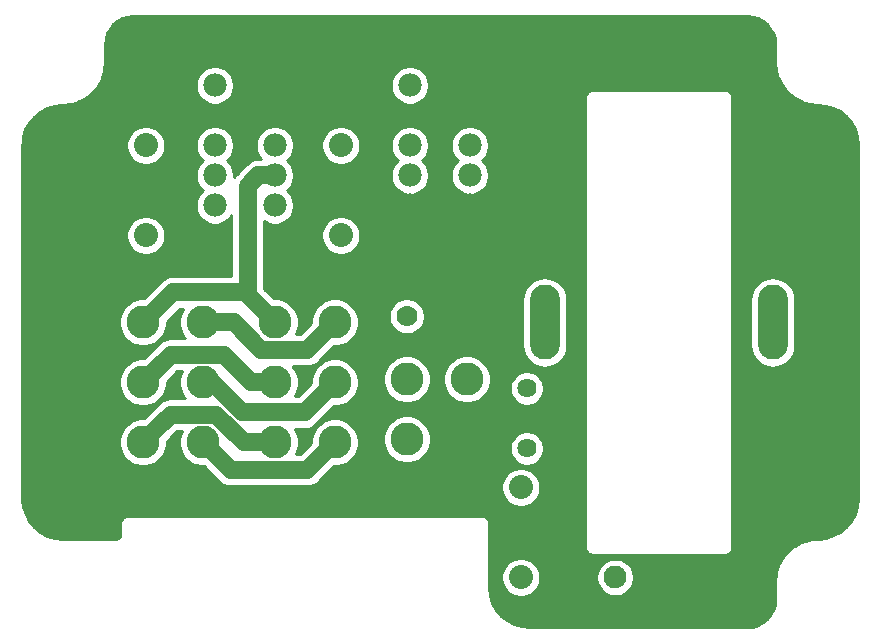
<source format=gbl>
G04 #@! TF.GenerationSoftware,KiCad,Pcbnew,(5.1.4)-1*
G04 #@! TF.CreationDate,2019-11-30T19:48:50-06:00*
G04 #@! TF.ProjectId,rotax 912 soft start,726f7461-7820-4393-9132-20736f667420,rev?*
G04 #@! TF.SameCoordinates,Original*
G04 #@! TF.FileFunction,Copper,L2,Bot*
G04 #@! TF.FilePolarity,Positive*
%FSLAX46Y46*%
G04 Gerber Fmt 4.6, Leading zero omitted, Abs format (unit mm)*
G04 Created by KiCad (PCBNEW (5.1.4)-1) date 2019-11-30 19:48:50*
%MOMM*%
%LPD*%
G04 APERTURE LIST*
%ADD10C,2.794000*%
%ADD11O,2.540000X6.350000*%
%ADD12C,1.930400*%
%ADD13C,1.625600*%
%ADD14C,2.032000*%
%ADD15C,1.778000*%
%ADD16C,1.981200*%
%ADD17C,5.080000*%
%ADD18C,1.500000*%
%ADD19C,0.254000*%
G04 APERTURE END LIST*
D10*
X111684000Y-126924000D03*
X116764000Y-126924000D03*
X111684000Y-132004000D03*
X116764000Y-132004000D03*
X111684000Y-137084000D03*
X116764000Y-137084000D03*
X122860000Y-126924000D03*
X127940000Y-126924000D03*
X122860000Y-132004000D03*
X127940000Y-132004000D03*
X122860000Y-137084000D03*
X127940000Y-137084000D03*
D11*
X165024000Y-126924000D03*
X145720000Y-126924000D03*
D12*
X159309000Y-148514000D03*
X151689000Y-148514000D03*
D13*
X144196000Y-137592000D03*
X144196000Y-132512000D03*
D14*
X143688000Y-140894000D03*
X143688000Y-148514000D03*
X111938000Y-119558000D03*
X111938000Y-111938000D03*
X128448000Y-119558000D03*
X128448000Y-111938000D03*
D10*
X134036000Y-131750000D03*
X139116000Y-131750000D03*
X134036000Y-136830000D03*
D15*
X134036000Y-126416000D03*
D10*
X139116000Y-136830000D03*
D16*
X139370000Y-106858000D03*
X139370000Y-111938000D03*
X139370000Y-114478000D03*
X139370000Y-117018000D03*
X134290000Y-117018000D03*
X134290000Y-114478000D03*
X134290000Y-111938000D03*
X134290000Y-106858000D03*
X122860000Y-106858000D03*
X122860000Y-111938000D03*
X122860000Y-114478000D03*
X122860000Y-117018000D03*
X117780000Y-117018000D03*
X117780000Y-114478000D03*
X117780000Y-111938000D03*
X117780000Y-106858000D03*
D17*
X168860000Y-141860000D03*
X168860000Y-111860000D03*
X104860000Y-141860000D03*
X104860000Y-111860000D03*
D18*
X126543001Y-128320999D02*
X127940000Y-126924000D01*
X125592999Y-129271001D02*
X126543001Y-128320999D01*
X121733439Y-129271001D02*
X125592999Y-129271001D01*
X119386438Y-126924000D02*
X121733439Y-129271001D01*
X116764000Y-126924000D02*
X119386438Y-126924000D01*
X113080999Y-135687001D02*
X111684000Y-137084000D01*
X114031001Y-134736999D02*
X113080999Y-135687001D01*
X117890561Y-134736999D02*
X114031001Y-134736999D01*
X120237562Y-137084000D02*
X117890561Y-134736999D01*
X122860000Y-137084000D02*
X120237562Y-137084000D01*
X126543001Y-138480999D02*
X127940000Y-137084000D01*
X125592999Y-139431001D02*
X126543001Y-138480999D01*
X119111001Y-139431001D02*
X125592999Y-139431001D01*
X116764000Y-137084000D02*
X119111001Y-139431001D01*
X117561739Y-132004000D02*
X120101739Y-134544000D01*
X116764000Y-132004000D02*
X117561739Y-132004000D01*
X125400000Y-134544000D02*
X127940000Y-132004000D01*
X120101739Y-134544000D02*
X125400000Y-134544000D01*
X114224000Y-124384000D02*
X120574000Y-124384000D01*
X111684000Y-126924000D02*
X114224000Y-124384000D01*
X120574000Y-115363081D02*
X120574000Y-124384000D01*
X121459081Y-114478000D02*
X120574000Y-115363081D01*
X122860000Y-114478000D02*
X121459081Y-114478000D01*
X120574000Y-124638000D02*
X122860000Y-126924000D01*
X120574000Y-124384000D02*
X120574000Y-124638000D01*
X120884344Y-132004000D02*
X122860000Y-132004000D01*
X118537343Y-129656999D02*
X120884344Y-132004000D01*
X114031001Y-129656999D02*
X118537343Y-129656999D01*
X111684000Y-132004000D02*
X114031001Y-129656999D01*
D19*
G36*
X163318674Y-101043521D02*
G01*
X163759883Y-101176730D01*
X164166808Y-101393096D01*
X164523961Y-101684383D01*
X164817732Y-102039491D01*
X165036936Y-102444900D01*
X165173220Y-102885163D01*
X165224500Y-103373058D01*
X165224501Y-104891211D01*
X165227320Y-104919828D01*
X165227189Y-104938541D01*
X165228054Y-104947372D01*
X165289255Y-105529661D01*
X165300830Y-105586047D01*
X165311630Y-105642663D01*
X165314195Y-105651157D01*
X165487332Y-106210471D01*
X165509651Y-106263566D01*
X165531228Y-106316971D01*
X165535394Y-106324806D01*
X165813870Y-106839837D01*
X165846078Y-106887587D01*
X165877618Y-106935786D01*
X165883226Y-106942662D01*
X166256436Y-107393795D01*
X166297285Y-107434360D01*
X166337605Y-107475533D01*
X166344442Y-107481189D01*
X166798170Y-107851241D01*
X166846135Y-107883109D01*
X166893671Y-107915657D01*
X166901476Y-107919877D01*
X167418441Y-108194752D01*
X167471700Y-108216704D01*
X167524633Y-108239391D01*
X167533110Y-108242015D01*
X168093617Y-108411242D01*
X168150136Y-108422433D01*
X168206458Y-108434404D01*
X168215283Y-108435332D01*
X168797985Y-108492467D01*
X168797986Y-108492467D01*
X169512911Y-108562566D01*
X170140950Y-108752182D01*
X170720201Y-109060175D01*
X171228595Y-109474812D01*
X171646769Y-109980298D01*
X171958801Y-110557388D01*
X172152795Y-111184086D01*
X172224500Y-111866308D01*
X172224501Y-141828909D01*
X172157435Y-142512907D01*
X171967819Y-143140948D01*
X171659826Y-143720198D01*
X171245190Y-144228593D01*
X170739700Y-144646770D01*
X170162613Y-144958800D01*
X169535918Y-145152795D01*
X168853514Y-145224519D01*
X168836841Y-145224577D01*
X168809219Y-145227383D01*
X168781459Y-145227189D01*
X168772628Y-145228054D01*
X168190338Y-145289255D01*
X168133932Y-145300834D01*
X168077338Y-145311630D01*
X168068843Y-145314195D01*
X167509530Y-145487332D01*
X167456447Y-145509646D01*
X167403029Y-145531228D01*
X167395194Y-145535394D01*
X166880162Y-145813870D01*
X166832418Y-145846074D01*
X166784214Y-145877618D01*
X166777338Y-145883226D01*
X166326205Y-146256436D01*
X166285640Y-146297285D01*
X166244467Y-146337605D01*
X166238811Y-146344442D01*
X165868759Y-146798170D01*
X165836901Y-146846120D01*
X165804343Y-146893671D01*
X165800123Y-146901476D01*
X165525249Y-147418440D01*
X165503304Y-147471681D01*
X165480609Y-147524633D01*
X165477985Y-147533110D01*
X165308758Y-148093618D01*
X165297567Y-148150135D01*
X165285596Y-148206458D01*
X165284668Y-148215283D01*
X165227533Y-148797986D01*
X165227533Y-148798004D01*
X165224501Y-148828789D01*
X165224500Y-150328918D01*
X165176479Y-150818674D01*
X165043270Y-151259882D01*
X164826905Y-151666807D01*
X164535617Y-152023961D01*
X164180509Y-152317732D01*
X163775098Y-152536936D01*
X163334839Y-152673220D01*
X162846941Y-152724500D01*
X144459749Y-152724500D01*
X144457340Y-152723988D01*
X144448453Y-152723054D01*
X143733964Y-152652998D01*
X143106773Y-152463637D01*
X142528304Y-152156060D01*
X142020591Y-151741978D01*
X141602979Y-151237172D01*
X141291368Y-150660861D01*
X141097634Y-150035006D01*
X141022591Y-149321026D01*
X141021943Y-149317868D01*
X141021500Y-149313509D01*
X141021500Y-148351391D01*
X142037000Y-148351391D01*
X142037000Y-148676609D01*
X142100447Y-148995579D01*
X142224903Y-149296042D01*
X142405585Y-149566451D01*
X142635549Y-149796415D01*
X142905958Y-149977097D01*
X143206421Y-150101553D01*
X143525391Y-150165000D01*
X143850609Y-150165000D01*
X144169579Y-150101553D01*
X144470042Y-149977097D01*
X144740451Y-149796415D01*
X144970415Y-149566451D01*
X145151097Y-149296042D01*
X145275553Y-148995579D01*
X145339000Y-148676609D01*
X145339000Y-148356394D01*
X150088800Y-148356394D01*
X150088800Y-148671606D01*
X150150294Y-148980761D01*
X150270921Y-149271979D01*
X150446043Y-149534068D01*
X150668932Y-149756957D01*
X150931021Y-149932079D01*
X151222239Y-150052706D01*
X151531394Y-150114200D01*
X151846606Y-150114200D01*
X152155761Y-150052706D01*
X152446979Y-149932079D01*
X152709068Y-149756957D01*
X152931957Y-149534068D01*
X153107079Y-149271979D01*
X153227706Y-148980761D01*
X153289200Y-148671606D01*
X153289200Y-148356394D01*
X153227706Y-148047239D01*
X153107079Y-147756021D01*
X152931957Y-147493932D01*
X152709068Y-147271043D01*
X152446979Y-147095921D01*
X152155761Y-146975294D01*
X151846606Y-146913800D01*
X151531394Y-146913800D01*
X151222239Y-146975294D01*
X150931021Y-147095921D01*
X150668932Y-147271043D01*
X150446043Y-147493932D01*
X150270921Y-147756021D01*
X150150294Y-148047239D01*
X150088800Y-148356394D01*
X145339000Y-148356394D01*
X145339000Y-148351391D01*
X145275553Y-148032421D01*
X145151097Y-147731958D01*
X144970415Y-147461549D01*
X144740451Y-147231585D01*
X144470042Y-147050903D01*
X144169579Y-146926447D01*
X143850609Y-146863000D01*
X143525391Y-146863000D01*
X143206421Y-146926447D01*
X142905958Y-147050903D01*
X142635549Y-147231585D01*
X142405585Y-147461549D01*
X142224903Y-147731958D01*
X142100447Y-148032421D01*
X142037000Y-148351391D01*
X141021500Y-148351391D01*
X141021500Y-143973211D01*
X141024574Y-143942000D01*
X141012304Y-143817420D01*
X140975965Y-143697628D01*
X140916955Y-143587227D01*
X140837540Y-143490460D01*
X140740773Y-143411045D01*
X140630372Y-143352035D01*
X140510580Y-143315696D01*
X140417211Y-143306500D01*
X140386000Y-143303426D01*
X140354789Y-143306500D01*
X110445211Y-143306500D01*
X110414000Y-143303426D01*
X110382789Y-143306500D01*
X110289420Y-143315696D01*
X110169628Y-143352035D01*
X110059227Y-143411045D01*
X109962460Y-143490460D01*
X109883045Y-143587227D01*
X109824035Y-143697628D01*
X109787696Y-143817420D01*
X109775426Y-143942000D01*
X109778500Y-143973211D01*
X109778500Y-144828918D01*
X109768569Y-144930204D01*
X109748178Y-144997740D01*
X109715060Y-145060026D01*
X109670475Y-145114693D01*
X109616122Y-145159658D01*
X109554073Y-145193208D01*
X109486675Y-145214071D01*
X109387451Y-145224500D01*
X104891081Y-145224500D01*
X104207093Y-145157435D01*
X103579052Y-144967819D01*
X102999802Y-144659826D01*
X102491407Y-144245190D01*
X102073230Y-143739700D01*
X101761200Y-143162613D01*
X101567205Y-142535918D01*
X101495500Y-141853693D01*
X101495500Y-126723865D01*
X109652000Y-126723865D01*
X109652000Y-127124135D01*
X109730089Y-127516713D01*
X109883265Y-127886513D01*
X110105643Y-128219325D01*
X110388675Y-128502357D01*
X110721487Y-128724735D01*
X111091287Y-128877911D01*
X111483865Y-128956000D01*
X111884135Y-128956000D01*
X112276713Y-128877911D01*
X112646513Y-128724735D01*
X112979325Y-128502357D01*
X113262357Y-128219325D01*
X113484735Y-127886513D01*
X113637911Y-127516713D01*
X113716000Y-127124135D01*
X113716000Y-126850685D01*
X114797685Y-125769000D01*
X115091881Y-125769000D01*
X114963265Y-125961487D01*
X114810089Y-126331287D01*
X114732000Y-126723865D01*
X114732000Y-127124135D01*
X114810089Y-127516713D01*
X114963265Y-127886513D01*
X115185643Y-128219325D01*
X115238317Y-128271999D01*
X114099030Y-128271999D01*
X114031001Y-128265299D01*
X113962972Y-128271999D01*
X113962964Y-128271999D01*
X113759494Y-128292039D01*
X113498420Y-128371235D01*
X113257813Y-128499842D01*
X113099767Y-128629547D01*
X113099765Y-128629549D01*
X113046920Y-128672918D01*
X113003551Y-128725763D01*
X111757315Y-129972000D01*
X111483865Y-129972000D01*
X111091287Y-130050089D01*
X110721487Y-130203265D01*
X110388675Y-130425643D01*
X110105643Y-130708675D01*
X109883265Y-131041487D01*
X109730089Y-131411287D01*
X109652000Y-131803865D01*
X109652000Y-132204135D01*
X109730089Y-132596713D01*
X109883265Y-132966513D01*
X110105643Y-133299325D01*
X110388675Y-133582357D01*
X110721487Y-133804735D01*
X111091287Y-133957911D01*
X111483865Y-134036000D01*
X111884135Y-134036000D01*
X112276713Y-133957911D01*
X112646513Y-133804735D01*
X112979325Y-133582357D01*
X113262357Y-133299325D01*
X113484735Y-132966513D01*
X113637911Y-132596713D01*
X113716000Y-132204135D01*
X113716000Y-131930685D01*
X114604687Y-131041999D01*
X114963053Y-131041999D01*
X114810089Y-131411287D01*
X114732000Y-131803865D01*
X114732000Y-132204135D01*
X114810089Y-132596713D01*
X114963265Y-132966513D01*
X115185643Y-133299325D01*
X115238317Y-133351999D01*
X114099030Y-133351999D01*
X114031001Y-133345299D01*
X113962972Y-133351999D01*
X113962964Y-133351999D01*
X113759494Y-133372039D01*
X113498420Y-133451235D01*
X113257813Y-133579842D01*
X113099767Y-133709547D01*
X113099765Y-133709549D01*
X113046920Y-133752918D01*
X113003551Y-133805763D01*
X112149770Y-134659545D01*
X112149765Y-134659549D01*
X111757314Y-135052000D01*
X111483865Y-135052000D01*
X111091287Y-135130089D01*
X110721487Y-135283265D01*
X110388675Y-135505643D01*
X110105643Y-135788675D01*
X109883265Y-136121487D01*
X109730089Y-136491287D01*
X109652000Y-136883865D01*
X109652000Y-137284135D01*
X109730089Y-137676713D01*
X109883265Y-138046513D01*
X110105643Y-138379325D01*
X110388675Y-138662357D01*
X110721487Y-138884735D01*
X111091287Y-139037911D01*
X111483865Y-139116000D01*
X111884135Y-139116000D01*
X112276713Y-139037911D01*
X112646513Y-138884735D01*
X112979325Y-138662357D01*
X113262357Y-138379325D01*
X113484735Y-138046513D01*
X113637911Y-137676713D01*
X113716000Y-137284135D01*
X113716000Y-137010686D01*
X114108451Y-136618235D01*
X114108455Y-136618230D01*
X114604687Y-136121999D01*
X114963053Y-136121999D01*
X114810089Y-136491287D01*
X114732000Y-136883865D01*
X114732000Y-137284135D01*
X114810089Y-137676713D01*
X114963265Y-138046513D01*
X115185643Y-138379325D01*
X115468675Y-138662357D01*
X115801487Y-138884735D01*
X116171287Y-139037911D01*
X116563865Y-139116000D01*
X116837315Y-139116000D01*
X118083551Y-140362237D01*
X118126920Y-140415082D01*
X118179765Y-140458451D01*
X118179767Y-140458453D01*
X118337812Y-140588157D01*
X118337813Y-140588158D01*
X118578420Y-140716765D01*
X118839494Y-140795961D01*
X119042964Y-140816001D01*
X119042972Y-140816001D01*
X119111001Y-140822701D01*
X119179030Y-140816001D01*
X125524970Y-140816001D01*
X125592999Y-140822701D01*
X125661028Y-140816001D01*
X125661036Y-140816001D01*
X125864506Y-140795961D01*
X126077364Y-140731391D01*
X142037000Y-140731391D01*
X142037000Y-141056609D01*
X142100447Y-141375579D01*
X142224903Y-141676042D01*
X142405585Y-141946451D01*
X142635549Y-142176415D01*
X142905958Y-142357097D01*
X143206421Y-142481553D01*
X143525391Y-142545000D01*
X143850609Y-142545000D01*
X144169579Y-142481553D01*
X144470042Y-142357097D01*
X144740451Y-142176415D01*
X144970415Y-141946451D01*
X145151097Y-141676042D01*
X145275553Y-141375579D01*
X145339000Y-141056609D01*
X145339000Y-140731391D01*
X145275553Y-140412421D01*
X145151097Y-140111958D01*
X144970415Y-139841549D01*
X144740451Y-139611585D01*
X144470042Y-139430903D01*
X144169579Y-139306447D01*
X143850609Y-139243000D01*
X143525391Y-139243000D01*
X143206421Y-139306447D01*
X142905958Y-139430903D01*
X142635549Y-139611585D01*
X142405585Y-139841549D01*
X142224903Y-140111958D01*
X142100447Y-140412421D01*
X142037000Y-140731391D01*
X126077364Y-140731391D01*
X126125580Y-140716765D01*
X126366187Y-140588158D01*
X126577080Y-140415082D01*
X126620453Y-140362232D01*
X127570453Y-139412233D01*
X127570457Y-139412228D01*
X127866685Y-139116000D01*
X128140135Y-139116000D01*
X128532713Y-139037911D01*
X128902513Y-138884735D01*
X129235325Y-138662357D01*
X129518357Y-138379325D01*
X129740735Y-138046513D01*
X129893911Y-137676713D01*
X129972000Y-137284135D01*
X129972000Y-136883865D01*
X129921477Y-136629865D01*
X132004000Y-136629865D01*
X132004000Y-137030135D01*
X132082089Y-137422713D01*
X132235265Y-137792513D01*
X132457643Y-138125325D01*
X132740675Y-138408357D01*
X133073487Y-138630735D01*
X133443287Y-138783911D01*
X133835865Y-138862000D01*
X134236135Y-138862000D01*
X134628713Y-138783911D01*
X134998513Y-138630735D01*
X135331325Y-138408357D01*
X135614357Y-138125325D01*
X135836735Y-137792513D01*
X135978855Y-137449404D01*
X142748200Y-137449404D01*
X142748200Y-137734596D01*
X142803838Y-138014308D01*
X142912977Y-138277790D01*
X143071421Y-138514919D01*
X143273081Y-138716579D01*
X143510210Y-138875023D01*
X143773692Y-138984162D01*
X144053404Y-139039800D01*
X144338596Y-139039800D01*
X144618308Y-138984162D01*
X144881790Y-138875023D01*
X145118919Y-138716579D01*
X145320579Y-138514919D01*
X145479023Y-138277790D01*
X145588162Y-138014308D01*
X145643800Y-137734596D01*
X145643800Y-137449404D01*
X145588162Y-137169692D01*
X145479023Y-136906210D01*
X145320579Y-136669081D01*
X145118919Y-136467421D01*
X144881790Y-136308977D01*
X144618308Y-136199838D01*
X144338596Y-136144200D01*
X144053404Y-136144200D01*
X143773692Y-136199838D01*
X143510210Y-136308977D01*
X143273081Y-136467421D01*
X143071421Y-136669081D01*
X142912977Y-136906210D01*
X142803838Y-137169692D01*
X142748200Y-137449404D01*
X135978855Y-137449404D01*
X135989911Y-137422713D01*
X136068000Y-137030135D01*
X136068000Y-136629865D01*
X135989911Y-136237287D01*
X135836735Y-135867487D01*
X135614357Y-135534675D01*
X135331325Y-135251643D01*
X134998513Y-135029265D01*
X134628713Y-134876089D01*
X134236135Y-134798000D01*
X133835865Y-134798000D01*
X133443287Y-134876089D01*
X133073487Y-135029265D01*
X132740675Y-135251643D01*
X132457643Y-135534675D01*
X132235265Y-135867487D01*
X132082089Y-136237287D01*
X132004000Y-136629865D01*
X129921477Y-136629865D01*
X129893911Y-136491287D01*
X129740735Y-136121487D01*
X129518357Y-135788675D01*
X129235325Y-135505643D01*
X128902513Y-135283265D01*
X128532713Y-135130089D01*
X128140135Y-135052000D01*
X127739865Y-135052000D01*
X127347287Y-135130089D01*
X126977487Y-135283265D01*
X126644675Y-135505643D01*
X126361643Y-135788675D01*
X126139265Y-136121487D01*
X125986089Y-136491287D01*
X125908000Y-136883865D01*
X125908000Y-137157315D01*
X125611772Y-137453543D01*
X125611767Y-137453547D01*
X125019314Y-138046001D01*
X124660947Y-138046001D01*
X124813911Y-137676713D01*
X124892000Y-137284135D01*
X124892000Y-136883865D01*
X124813911Y-136491287D01*
X124660735Y-136121487D01*
X124532119Y-135929000D01*
X125331971Y-135929000D01*
X125400000Y-135935700D01*
X125468029Y-135929000D01*
X125468037Y-135929000D01*
X125671507Y-135908960D01*
X125932581Y-135829764D01*
X126173188Y-135701157D01*
X126384081Y-135528081D01*
X126427454Y-135475231D01*
X127866685Y-134036000D01*
X128140135Y-134036000D01*
X128532713Y-133957911D01*
X128902513Y-133804735D01*
X129235325Y-133582357D01*
X129518357Y-133299325D01*
X129740735Y-132966513D01*
X129893911Y-132596713D01*
X129972000Y-132204135D01*
X129972000Y-131803865D01*
X129921477Y-131549865D01*
X132004000Y-131549865D01*
X132004000Y-131950135D01*
X132082089Y-132342713D01*
X132235265Y-132712513D01*
X132457643Y-133045325D01*
X132740675Y-133328357D01*
X133073487Y-133550735D01*
X133443287Y-133703911D01*
X133835865Y-133782000D01*
X134236135Y-133782000D01*
X134628713Y-133703911D01*
X134998513Y-133550735D01*
X135331325Y-133328357D01*
X135614357Y-133045325D01*
X135836735Y-132712513D01*
X135989911Y-132342713D01*
X136068000Y-131950135D01*
X136068000Y-131549865D01*
X137084000Y-131549865D01*
X137084000Y-131950135D01*
X137162089Y-132342713D01*
X137315265Y-132712513D01*
X137537643Y-133045325D01*
X137820675Y-133328357D01*
X138153487Y-133550735D01*
X138523287Y-133703911D01*
X138915865Y-133782000D01*
X139316135Y-133782000D01*
X139708713Y-133703911D01*
X140078513Y-133550735D01*
X140411325Y-133328357D01*
X140694357Y-133045325D01*
X140916735Y-132712513D01*
X141058855Y-132369404D01*
X142748200Y-132369404D01*
X142748200Y-132654596D01*
X142803838Y-132934308D01*
X142912977Y-133197790D01*
X143071421Y-133434919D01*
X143273081Y-133636579D01*
X143510210Y-133795023D01*
X143773692Y-133904162D01*
X144053404Y-133959800D01*
X144338596Y-133959800D01*
X144618308Y-133904162D01*
X144881790Y-133795023D01*
X145118919Y-133636579D01*
X145320579Y-133434919D01*
X145479023Y-133197790D01*
X145588162Y-132934308D01*
X145643800Y-132654596D01*
X145643800Y-132369404D01*
X145588162Y-132089692D01*
X145479023Y-131826210D01*
X145320579Y-131589081D01*
X145118919Y-131387421D01*
X144881790Y-131228977D01*
X144618308Y-131119838D01*
X144338596Y-131064200D01*
X144053404Y-131064200D01*
X143773692Y-131119838D01*
X143510210Y-131228977D01*
X143273081Y-131387421D01*
X143071421Y-131589081D01*
X142912977Y-131826210D01*
X142803838Y-132089692D01*
X142748200Y-132369404D01*
X141058855Y-132369404D01*
X141069911Y-132342713D01*
X141148000Y-131950135D01*
X141148000Y-131549865D01*
X141069911Y-131157287D01*
X140916735Y-130787487D01*
X140694357Y-130454675D01*
X140411325Y-130171643D01*
X140078513Y-129949265D01*
X139708713Y-129796089D01*
X139316135Y-129718000D01*
X138915865Y-129718000D01*
X138523287Y-129796089D01*
X138153487Y-129949265D01*
X137820675Y-130171643D01*
X137537643Y-130454675D01*
X137315265Y-130787487D01*
X137162089Y-131157287D01*
X137084000Y-131549865D01*
X136068000Y-131549865D01*
X135989911Y-131157287D01*
X135836735Y-130787487D01*
X135614357Y-130454675D01*
X135331325Y-130171643D01*
X134998513Y-129949265D01*
X134628713Y-129796089D01*
X134236135Y-129718000D01*
X133835865Y-129718000D01*
X133443287Y-129796089D01*
X133073487Y-129949265D01*
X132740675Y-130171643D01*
X132457643Y-130454675D01*
X132235265Y-130787487D01*
X132082089Y-131157287D01*
X132004000Y-131549865D01*
X129921477Y-131549865D01*
X129893911Y-131411287D01*
X129740735Y-131041487D01*
X129518357Y-130708675D01*
X129235325Y-130425643D01*
X128902513Y-130203265D01*
X128532713Y-130050089D01*
X128140135Y-129972000D01*
X127739865Y-129972000D01*
X127347287Y-130050089D01*
X126977487Y-130203265D01*
X126644675Y-130425643D01*
X126361643Y-130708675D01*
X126139265Y-131041487D01*
X125986089Y-131411287D01*
X125908000Y-131803865D01*
X125908000Y-132077315D01*
X124826315Y-133159000D01*
X124532119Y-133159000D01*
X124660735Y-132966513D01*
X124813911Y-132596713D01*
X124892000Y-132204135D01*
X124892000Y-131803865D01*
X124813911Y-131411287D01*
X124660735Y-131041487D01*
X124438357Y-130708675D01*
X124385683Y-130656001D01*
X125524970Y-130656001D01*
X125592999Y-130662701D01*
X125661028Y-130656001D01*
X125661036Y-130656001D01*
X125864506Y-130635961D01*
X126125580Y-130556765D01*
X126366187Y-130428158D01*
X126577080Y-130255082D01*
X126620453Y-130202232D01*
X127570453Y-129252233D01*
X127570457Y-129252228D01*
X127866685Y-128956000D01*
X128140135Y-128956000D01*
X128532713Y-128877911D01*
X128902513Y-128724735D01*
X129235325Y-128502357D01*
X129518357Y-128219325D01*
X129740735Y-127886513D01*
X129893911Y-127516713D01*
X129972000Y-127124135D01*
X129972000Y-126723865D01*
X129893911Y-126331287D01*
X129866827Y-126265899D01*
X132512000Y-126265899D01*
X132512000Y-126566101D01*
X132570566Y-126860534D01*
X132685449Y-127137885D01*
X132852232Y-127387493D01*
X133064507Y-127599768D01*
X133314115Y-127766551D01*
X133591466Y-127881434D01*
X133885899Y-127940000D01*
X134186101Y-127940000D01*
X134480534Y-127881434D01*
X134757885Y-127766551D01*
X135007493Y-127599768D01*
X135219768Y-127387493D01*
X135386551Y-127137885D01*
X135501434Y-126860534D01*
X135560000Y-126566101D01*
X135560000Y-126265899D01*
X135501434Y-125971466D01*
X135386551Y-125694115D01*
X135219768Y-125444507D01*
X135007493Y-125232232D01*
X134757885Y-125065449D01*
X134480534Y-124950566D01*
X134354111Y-124925419D01*
X143815000Y-124925419D01*
X143815001Y-128922582D01*
X143842565Y-129202445D01*
X143951495Y-129561539D01*
X144128388Y-129892482D01*
X144366445Y-130182556D01*
X144656519Y-130420613D01*
X144987462Y-130597506D01*
X145346556Y-130706436D01*
X145720000Y-130743217D01*
X146093445Y-130706436D01*
X146452539Y-130597506D01*
X146783482Y-130420613D01*
X147073556Y-130182556D01*
X147311613Y-129892482D01*
X147488506Y-129561539D01*
X147597436Y-129202445D01*
X147625000Y-128922582D01*
X147625000Y-124925418D01*
X147597436Y-124645555D01*
X147488506Y-124286461D01*
X147311613Y-123955518D01*
X147073556Y-123665444D01*
X146783482Y-123427387D01*
X146452538Y-123250494D01*
X146093444Y-123141564D01*
X145720000Y-123104783D01*
X145346555Y-123141564D01*
X144987461Y-123250494D01*
X144656518Y-123427387D01*
X144366444Y-123665444D01*
X144128387Y-123955518D01*
X143951494Y-124286462D01*
X143842564Y-124645556D01*
X143815000Y-124925419D01*
X134354111Y-124925419D01*
X134186101Y-124892000D01*
X133885899Y-124892000D01*
X133591466Y-124950566D01*
X133314115Y-125065449D01*
X133064507Y-125232232D01*
X132852232Y-125444507D01*
X132685449Y-125694115D01*
X132570566Y-125971466D01*
X132512000Y-126265899D01*
X129866827Y-126265899D01*
X129740735Y-125961487D01*
X129518357Y-125628675D01*
X129235325Y-125345643D01*
X128902513Y-125123265D01*
X128532713Y-124970089D01*
X128140135Y-124892000D01*
X127739865Y-124892000D01*
X127347287Y-124970089D01*
X126977487Y-125123265D01*
X126644675Y-125345643D01*
X126361643Y-125628675D01*
X126139265Y-125961487D01*
X125986089Y-126331287D01*
X125908000Y-126723865D01*
X125908000Y-126997315D01*
X125611772Y-127293543D01*
X125611767Y-127293547D01*
X125019314Y-127886001D01*
X124660947Y-127886001D01*
X124813911Y-127516713D01*
X124892000Y-127124135D01*
X124892000Y-126723865D01*
X124813911Y-126331287D01*
X124660735Y-125961487D01*
X124438357Y-125628675D01*
X124155325Y-125345643D01*
X123822513Y-125123265D01*
X123452713Y-124970089D01*
X123060135Y-124892000D01*
X122786686Y-124892000D01*
X121959000Y-124064315D01*
X121959000Y-119395391D01*
X126797000Y-119395391D01*
X126797000Y-119720609D01*
X126860447Y-120039579D01*
X126984903Y-120340042D01*
X127165585Y-120610451D01*
X127395549Y-120840415D01*
X127665958Y-121021097D01*
X127966421Y-121145553D01*
X128285391Y-121209000D01*
X128610609Y-121209000D01*
X128929579Y-121145553D01*
X129230042Y-121021097D01*
X129500451Y-120840415D01*
X129730415Y-120610451D01*
X129911097Y-120340042D01*
X130035553Y-120039579D01*
X130099000Y-119720609D01*
X130099000Y-119395391D01*
X130035553Y-119076421D01*
X129911097Y-118775958D01*
X129730415Y-118505549D01*
X129500451Y-118275585D01*
X129230042Y-118094903D01*
X128929579Y-117970447D01*
X128610609Y-117907000D01*
X128285391Y-117907000D01*
X127966421Y-117970447D01*
X127665958Y-118094903D01*
X127395549Y-118275585D01*
X127165585Y-118505549D01*
X126984903Y-118775958D01*
X126860447Y-119076421D01*
X126797000Y-119395391D01*
X121959000Y-119395391D01*
X121959000Y-118371064D01*
X122089989Y-118458588D01*
X122385830Y-118581130D01*
X122699892Y-118643600D01*
X123020108Y-118643600D01*
X123334170Y-118581130D01*
X123630011Y-118458588D01*
X123896260Y-118280686D01*
X124122686Y-118054260D01*
X124300588Y-117788011D01*
X124423130Y-117492170D01*
X124485600Y-117178108D01*
X124485600Y-116857892D01*
X124423130Y-116543830D01*
X124300588Y-116247989D01*
X124122686Y-115981740D01*
X123896260Y-115755314D01*
X123885314Y-115748000D01*
X123896260Y-115740686D01*
X124122686Y-115514260D01*
X124300588Y-115248011D01*
X124423130Y-114952170D01*
X124485600Y-114638108D01*
X124485600Y-114317892D01*
X124423130Y-114003830D01*
X124300588Y-113707989D01*
X124122686Y-113441740D01*
X123896260Y-113215314D01*
X123885314Y-113208000D01*
X123896260Y-113200686D01*
X124122686Y-112974260D01*
X124300588Y-112708011D01*
X124423130Y-112412170D01*
X124485600Y-112098108D01*
X124485600Y-111777892D01*
X124485103Y-111775391D01*
X126797000Y-111775391D01*
X126797000Y-112100609D01*
X126860447Y-112419579D01*
X126984903Y-112720042D01*
X127165585Y-112990451D01*
X127395549Y-113220415D01*
X127665958Y-113401097D01*
X127966421Y-113525553D01*
X128285391Y-113589000D01*
X128610609Y-113589000D01*
X128929579Y-113525553D01*
X129230042Y-113401097D01*
X129500451Y-113220415D01*
X129730415Y-112990451D01*
X129911097Y-112720042D01*
X130035553Y-112419579D01*
X130099000Y-112100609D01*
X130099000Y-111777892D01*
X132664400Y-111777892D01*
X132664400Y-112098108D01*
X132726870Y-112412170D01*
X132849412Y-112708011D01*
X133027314Y-112974260D01*
X133253740Y-113200686D01*
X133264686Y-113208000D01*
X133253740Y-113215314D01*
X133027314Y-113441740D01*
X132849412Y-113707989D01*
X132726870Y-114003830D01*
X132664400Y-114317892D01*
X132664400Y-114638108D01*
X132726870Y-114952170D01*
X132849412Y-115248011D01*
X133027314Y-115514260D01*
X133253740Y-115740686D01*
X133519989Y-115918588D01*
X133815830Y-116041130D01*
X134129892Y-116103600D01*
X134450108Y-116103600D01*
X134764170Y-116041130D01*
X135060011Y-115918588D01*
X135326260Y-115740686D01*
X135552686Y-115514260D01*
X135730588Y-115248011D01*
X135853130Y-114952170D01*
X135915600Y-114638108D01*
X135915600Y-114317892D01*
X135853130Y-114003830D01*
X135730588Y-113707989D01*
X135552686Y-113441740D01*
X135326260Y-113215314D01*
X135315314Y-113208000D01*
X135326260Y-113200686D01*
X135552686Y-112974260D01*
X135730588Y-112708011D01*
X135853130Y-112412170D01*
X135915600Y-112098108D01*
X135915600Y-111777892D01*
X137744400Y-111777892D01*
X137744400Y-112098108D01*
X137806870Y-112412170D01*
X137929412Y-112708011D01*
X138107314Y-112974260D01*
X138333740Y-113200686D01*
X138344686Y-113208000D01*
X138333740Y-113215314D01*
X138107314Y-113441740D01*
X137929412Y-113707989D01*
X137806870Y-114003830D01*
X137744400Y-114317892D01*
X137744400Y-114638108D01*
X137806870Y-114952170D01*
X137929412Y-115248011D01*
X138107314Y-115514260D01*
X138333740Y-115740686D01*
X138599989Y-115918588D01*
X138895830Y-116041130D01*
X139209892Y-116103600D01*
X139530108Y-116103600D01*
X139844170Y-116041130D01*
X140140011Y-115918588D01*
X140406260Y-115740686D01*
X140632686Y-115514260D01*
X140810588Y-115248011D01*
X140933130Y-114952170D01*
X140995600Y-114638108D01*
X140995600Y-114317892D01*
X140933130Y-114003830D01*
X140810588Y-113707989D01*
X140632686Y-113441740D01*
X140406260Y-113215314D01*
X140395314Y-113208000D01*
X140406260Y-113200686D01*
X140632686Y-112974260D01*
X140810588Y-112708011D01*
X140933130Y-112412170D01*
X140995600Y-112098108D01*
X140995600Y-111777892D01*
X140933130Y-111463830D01*
X140810588Y-111167989D01*
X140632686Y-110901740D01*
X140406260Y-110675314D01*
X140140011Y-110497412D01*
X139844170Y-110374870D01*
X139530108Y-110312400D01*
X139209892Y-110312400D01*
X138895830Y-110374870D01*
X138599989Y-110497412D01*
X138333740Y-110675314D01*
X138107314Y-110901740D01*
X137929412Y-111167989D01*
X137806870Y-111463830D01*
X137744400Y-111777892D01*
X135915600Y-111777892D01*
X135853130Y-111463830D01*
X135730588Y-111167989D01*
X135552686Y-110901740D01*
X135326260Y-110675314D01*
X135060011Y-110497412D01*
X134764170Y-110374870D01*
X134450108Y-110312400D01*
X134129892Y-110312400D01*
X133815830Y-110374870D01*
X133519989Y-110497412D01*
X133253740Y-110675314D01*
X133027314Y-110901740D01*
X132849412Y-111167989D01*
X132726870Y-111463830D01*
X132664400Y-111777892D01*
X130099000Y-111777892D01*
X130099000Y-111775391D01*
X130035553Y-111456421D01*
X129911097Y-111155958D01*
X129730415Y-110885549D01*
X129500451Y-110655585D01*
X129230042Y-110474903D01*
X128929579Y-110350447D01*
X128610609Y-110287000D01*
X128285391Y-110287000D01*
X127966421Y-110350447D01*
X127665958Y-110474903D01*
X127395549Y-110655585D01*
X127165585Y-110885549D01*
X126984903Y-111155958D01*
X126860447Y-111456421D01*
X126797000Y-111775391D01*
X124485103Y-111775391D01*
X124423130Y-111463830D01*
X124300588Y-111167989D01*
X124122686Y-110901740D01*
X123896260Y-110675314D01*
X123630011Y-110497412D01*
X123334170Y-110374870D01*
X123020108Y-110312400D01*
X122699892Y-110312400D01*
X122385830Y-110374870D01*
X122089989Y-110497412D01*
X121823740Y-110675314D01*
X121597314Y-110901740D01*
X121419412Y-111167989D01*
X121296870Y-111463830D01*
X121234400Y-111777892D01*
X121234400Y-112098108D01*
X121296870Y-112412170D01*
X121419412Y-112708011D01*
X121597314Y-112974260D01*
X121716054Y-113093000D01*
X121527118Y-113093000D01*
X121459081Y-113086299D01*
X121391044Y-113093000D01*
X121187574Y-113113040D01*
X120926500Y-113192236D01*
X120685893Y-113320843D01*
X120475000Y-113493919D01*
X120431627Y-113546769D01*
X119642765Y-114335631D01*
X119589919Y-114379001D01*
X119416843Y-114589894D01*
X119405600Y-114610928D01*
X119405600Y-114317892D01*
X119343130Y-114003830D01*
X119220588Y-113707989D01*
X119042686Y-113441740D01*
X118816260Y-113215314D01*
X118805314Y-113208000D01*
X118816260Y-113200686D01*
X119042686Y-112974260D01*
X119220588Y-112708011D01*
X119343130Y-112412170D01*
X119405600Y-112098108D01*
X119405600Y-111777892D01*
X119343130Y-111463830D01*
X119220588Y-111167989D01*
X119042686Y-110901740D01*
X118816260Y-110675314D01*
X118550011Y-110497412D01*
X118254170Y-110374870D01*
X117940108Y-110312400D01*
X117619892Y-110312400D01*
X117305830Y-110374870D01*
X117009989Y-110497412D01*
X116743740Y-110675314D01*
X116517314Y-110901740D01*
X116339412Y-111167989D01*
X116216870Y-111463830D01*
X116154400Y-111777892D01*
X116154400Y-112098108D01*
X116216870Y-112412170D01*
X116339412Y-112708011D01*
X116517314Y-112974260D01*
X116743740Y-113200686D01*
X116754686Y-113208000D01*
X116743740Y-113215314D01*
X116517314Y-113441740D01*
X116339412Y-113707989D01*
X116216870Y-114003830D01*
X116154400Y-114317892D01*
X116154400Y-114638108D01*
X116216870Y-114952170D01*
X116339412Y-115248011D01*
X116517314Y-115514260D01*
X116743740Y-115740686D01*
X116754686Y-115748000D01*
X116743740Y-115755314D01*
X116517314Y-115981740D01*
X116339412Y-116247989D01*
X116216870Y-116543830D01*
X116154400Y-116857892D01*
X116154400Y-117178108D01*
X116216870Y-117492170D01*
X116339412Y-117788011D01*
X116517314Y-118054260D01*
X116743740Y-118280686D01*
X117009989Y-118458588D01*
X117305830Y-118581130D01*
X117619892Y-118643600D01*
X117940108Y-118643600D01*
X118254170Y-118581130D01*
X118550011Y-118458588D01*
X118816260Y-118280686D01*
X119042686Y-118054260D01*
X119189000Y-117835285D01*
X119189001Y-122999000D01*
X114292026Y-122999000D01*
X114223999Y-122992300D01*
X114155972Y-122999000D01*
X114155963Y-122999000D01*
X113952493Y-123019040D01*
X113691419Y-123098236D01*
X113450812Y-123226843D01*
X113239919Y-123399919D01*
X113196546Y-123452769D01*
X111757315Y-124892000D01*
X111483865Y-124892000D01*
X111091287Y-124970089D01*
X110721487Y-125123265D01*
X110388675Y-125345643D01*
X110105643Y-125628675D01*
X109883265Y-125961487D01*
X109730089Y-126331287D01*
X109652000Y-126723865D01*
X101495500Y-126723865D01*
X101495500Y-119395391D01*
X110287000Y-119395391D01*
X110287000Y-119720609D01*
X110350447Y-120039579D01*
X110474903Y-120340042D01*
X110655585Y-120610451D01*
X110885549Y-120840415D01*
X111155958Y-121021097D01*
X111456421Y-121145553D01*
X111775391Y-121209000D01*
X112100609Y-121209000D01*
X112419579Y-121145553D01*
X112720042Y-121021097D01*
X112990451Y-120840415D01*
X113220415Y-120610451D01*
X113401097Y-120340042D01*
X113525553Y-120039579D01*
X113589000Y-119720609D01*
X113589000Y-119395391D01*
X113525553Y-119076421D01*
X113401097Y-118775958D01*
X113220415Y-118505549D01*
X112990451Y-118275585D01*
X112720042Y-118094903D01*
X112419579Y-117970447D01*
X112100609Y-117907000D01*
X111775391Y-117907000D01*
X111456421Y-117970447D01*
X111155958Y-118094903D01*
X110885549Y-118275585D01*
X110655585Y-118505549D01*
X110474903Y-118775958D01*
X110350447Y-119076421D01*
X110287000Y-119395391D01*
X101495500Y-119395391D01*
X101495500Y-111891081D01*
X101506843Y-111775391D01*
X110287000Y-111775391D01*
X110287000Y-112100609D01*
X110350447Y-112419579D01*
X110474903Y-112720042D01*
X110655585Y-112990451D01*
X110885549Y-113220415D01*
X111155958Y-113401097D01*
X111456421Y-113525553D01*
X111775391Y-113589000D01*
X112100609Y-113589000D01*
X112419579Y-113525553D01*
X112720042Y-113401097D01*
X112990451Y-113220415D01*
X113220415Y-112990451D01*
X113401097Y-112720042D01*
X113525553Y-112419579D01*
X113589000Y-112100609D01*
X113589000Y-111775391D01*
X113525553Y-111456421D01*
X113401097Y-111155958D01*
X113220415Y-110885549D01*
X112990451Y-110655585D01*
X112720042Y-110474903D01*
X112419579Y-110350447D01*
X112100609Y-110287000D01*
X111775391Y-110287000D01*
X111456421Y-110350447D01*
X111155958Y-110474903D01*
X110885549Y-110655585D01*
X110655585Y-110885549D01*
X110474903Y-111155958D01*
X110350447Y-111456421D01*
X110287000Y-111775391D01*
X101506843Y-111775391D01*
X101562566Y-111207089D01*
X101752182Y-110579050D01*
X102060175Y-109999799D01*
X102474812Y-109491405D01*
X102980298Y-109073231D01*
X103557388Y-108761199D01*
X104184086Y-108567205D01*
X104866487Y-108495481D01*
X104883159Y-108495423D01*
X104910781Y-108492617D01*
X104938541Y-108492811D01*
X104947372Y-108491946D01*
X105529661Y-108430745D01*
X105586047Y-108419170D01*
X105642663Y-108408370D01*
X105651157Y-108405805D01*
X106210471Y-108232668D01*
X106263566Y-108210349D01*
X106316971Y-108188772D01*
X106324806Y-108184606D01*
X106839837Y-107906130D01*
X106887587Y-107873922D01*
X106935786Y-107842382D01*
X106942662Y-107836774D01*
X107393795Y-107463564D01*
X107434360Y-107422715D01*
X107475533Y-107382395D01*
X107481189Y-107375558D01*
X107851241Y-106921830D01*
X107883109Y-106873865D01*
X107915657Y-106826329D01*
X107919877Y-106818524D01*
X107984018Y-106697892D01*
X116154400Y-106697892D01*
X116154400Y-107018108D01*
X116216870Y-107332170D01*
X116339412Y-107628011D01*
X116517314Y-107894260D01*
X116743740Y-108120686D01*
X117009989Y-108298588D01*
X117305830Y-108421130D01*
X117619892Y-108483600D01*
X117940108Y-108483600D01*
X118254170Y-108421130D01*
X118550011Y-108298588D01*
X118816260Y-108120686D01*
X119042686Y-107894260D01*
X119220588Y-107628011D01*
X119343130Y-107332170D01*
X119405600Y-107018108D01*
X119405600Y-106697892D01*
X132664400Y-106697892D01*
X132664400Y-107018108D01*
X132726870Y-107332170D01*
X132849412Y-107628011D01*
X133027314Y-107894260D01*
X133253740Y-108120686D01*
X133519989Y-108298588D01*
X133815830Y-108421130D01*
X134129892Y-108483600D01*
X134450108Y-108483600D01*
X134764170Y-108421130D01*
X135060011Y-108298588D01*
X135326260Y-108120686D01*
X135552686Y-107894260D01*
X135566223Y-107874000D01*
X149145426Y-107874000D01*
X149148500Y-107905211D01*
X149148501Y-145942779D01*
X149145426Y-145974000D01*
X149157696Y-146098580D01*
X149194035Y-146218372D01*
X149253045Y-146328773D01*
X149332460Y-146425540D01*
X149429227Y-146504955D01*
X149539628Y-146563965D01*
X149659420Y-146600304D01*
X149752789Y-146609500D01*
X149784000Y-146612574D01*
X149815211Y-146609500D01*
X160928789Y-146609500D01*
X160960000Y-146612574D01*
X160991211Y-146609500D01*
X161084580Y-146600304D01*
X161204372Y-146563965D01*
X161314773Y-146504955D01*
X161411540Y-146425540D01*
X161490955Y-146328773D01*
X161549965Y-146218372D01*
X161586304Y-146098580D01*
X161598574Y-145974000D01*
X161595500Y-145942789D01*
X161595500Y-124925419D01*
X163119000Y-124925419D01*
X163119001Y-128922582D01*
X163146565Y-129202445D01*
X163255495Y-129561539D01*
X163432388Y-129892482D01*
X163670445Y-130182556D01*
X163960519Y-130420613D01*
X164291462Y-130597506D01*
X164650556Y-130706436D01*
X165024000Y-130743217D01*
X165397445Y-130706436D01*
X165756539Y-130597506D01*
X166087482Y-130420613D01*
X166377556Y-130182556D01*
X166615613Y-129892482D01*
X166792506Y-129561539D01*
X166901436Y-129202445D01*
X166929000Y-128922582D01*
X166929000Y-124925418D01*
X166901436Y-124645555D01*
X166792506Y-124286461D01*
X166615613Y-123955518D01*
X166377556Y-123665444D01*
X166087482Y-123427387D01*
X165756538Y-123250494D01*
X165397444Y-123141564D01*
X165024000Y-123104783D01*
X164650555Y-123141564D01*
X164291461Y-123250494D01*
X163960518Y-123427387D01*
X163670444Y-123665444D01*
X163432387Y-123955518D01*
X163255494Y-124286462D01*
X163146564Y-124645556D01*
X163119000Y-124925419D01*
X161595500Y-124925419D01*
X161595500Y-107905211D01*
X161598574Y-107874000D01*
X161586304Y-107749420D01*
X161549965Y-107629628D01*
X161490955Y-107519227D01*
X161411540Y-107422460D01*
X161314773Y-107343045D01*
X161204372Y-107284035D01*
X161084580Y-107247696D01*
X160991211Y-107238500D01*
X160960000Y-107235426D01*
X160928789Y-107238500D01*
X149815211Y-107238500D01*
X149784000Y-107235426D01*
X149752789Y-107238500D01*
X149659420Y-107247696D01*
X149539628Y-107284035D01*
X149429227Y-107343045D01*
X149332460Y-107422460D01*
X149253045Y-107519227D01*
X149194035Y-107629628D01*
X149157696Y-107749420D01*
X149145426Y-107874000D01*
X135566223Y-107874000D01*
X135730588Y-107628011D01*
X135853130Y-107332170D01*
X135915600Y-107018108D01*
X135915600Y-106697892D01*
X135853130Y-106383830D01*
X135730588Y-106087989D01*
X135552686Y-105821740D01*
X135326260Y-105595314D01*
X135060011Y-105417412D01*
X134764170Y-105294870D01*
X134450108Y-105232400D01*
X134129892Y-105232400D01*
X133815830Y-105294870D01*
X133519989Y-105417412D01*
X133253740Y-105595314D01*
X133027314Y-105821740D01*
X132849412Y-106087989D01*
X132726870Y-106383830D01*
X132664400Y-106697892D01*
X119405600Y-106697892D01*
X119343130Y-106383830D01*
X119220588Y-106087989D01*
X119042686Y-105821740D01*
X118816260Y-105595314D01*
X118550011Y-105417412D01*
X118254170Y-105294870D01*
X117940108Y-105232400D01*
X117619892Y-105232400D01*
X117305830Y-105294870D01*
X117009989Y-105417412D01*
X116743740Y-105595314D01*
X116517314Y-105821740D01*
X116339412Y-106087989D01*
X116216870Y-106383830D01*
X116154400Y-106697892D01*
X107984018Y-106697892D01*
X108194752Y-106301559D01*
X108216704Y-106248300D01*
X108239391Y-106195367D01*
X108242015Y-106186890D01*
X108411242Y-105626383D01*
X108422433Y-105569864D01*
X108434404Y-105513542D01*
X108435332Y-105504717D01*
X108492467Y-104922015D01*
X108492467Y-104922006D01*
X108495500Y-104891211D01*
X108495500Y-103391081D01*
X108543521Y-102901326D01*
X108676730Y-102460117D01*
X108893096Y-102053192D01*
X109184383Y-101696039D01*
X109539491Y-101402268D01*
X109944900Y-101183064D01*
X110385163Y-101046780D01*
X110873058Y-100995500D01*
X162828919Y-100995500D01*
X163318674Y-101043521D01*
X163318674Y-101043521D01*
G37*
X163318674Y-101043521D02*
X163759883Y-101176730D01*
X164166808Y-101393096D01*
X164523961Y-101684383D01*
X164817732Y-102039491D01*
X165036936Y-102444900D01*
X165173220Y-102885163D01*
X165224500Y-103373058D01*
X165224501Y-104891211D01*
X165227320Y-104919828D01*
X165227189Y-104938541D01*
X165228054Y-104947372D01*
X165289255Y-105529661D01*
X165300830Y-105586047D01*
X165311630Y-105642663D01*
X165314195Y-105651157D01*
X165487332Y-106210471D01*
X165509651Y-106263566D01*
X165531228Y-106316971D01*
X165535394Y-106324806D01*
X165813870Y-106839837D01*
X165846078Y-106887587D01*
X165877618Y-106935786D01*
X165883226Y-106942662D01*
X166256436Y-107393795D01*
X166297285Y-107434360D01*
X166337605Y-107475533D01*
X166344442Y-107481189D01*
X166798170Y-107851241D01*
X166846135Y-107883109D01*
X166893671Y-107915657D01*
X166901476Y-107919877D01*
X167418441Y-108194752D01*
X167471700Y-108216704D01*
X167524633Y-108239391D01*
X167533110Y-108242015D01*
X168093617Y-108411242D01*
X168150136Y-108422433D01*
X168206458Y-108434404D01*
X168215283Y-108435332D01*
X168797985Y-108492467D01*
X168797986Y-108492467D01*
X169512911Y-108562566D01*
X170140950Y-108752182D01*
X170720201Y-109060175D01*
X171228595Y-109474812D01*
X171646769Y-109980298D01*
X171958801Y-110557388D01*
X172152795Y-111184086D01*
X172224500Y-111866308D01*
X172224501Y-141828909D01*
X172157435Y-142512907D01*
X171967819Y-143140948D01*
X171659826Y-143720198D01*
X171245190Y-144228593D01*
X170739700Y-144646770D01*
X170162613Y-144958800D01*
X169535918Y-145152795D01*
X168853514Y-145224519D01*
X168836841Y-145224577D01*
X168809219Y-145227383D01*
X168781459Y-145227189D01*
X168772628Y-145228054D01*
X168190338Y-145289255D01*
X168133932Y-145300834D01*
X168077338Y-145311630D01*
X168068843Y-145314195D01*
X167509530Y-145487332D01*
X167456447Y-145509646D01*
X167403029Y-145531228D01*
X167395194Y-145535394D01*
X166880162Y-145813870D01*
X166832418Y-145846074D01*
X166784214Y-145877618D01*
X166777338Y-145883226D01*
X166326205Y-146256436D01*
X166285640Y-146297285D01*
X166244467Y-146337605D01*
X166238811Y-146344442D01*
X165868759Y-146798170D01*
X165836901Y-146846120D01*
X165804343Y-146893671D01*
X165800123Y-146901476D01*
X165525249Y-147418440D01*
X165503304Y-147471681D01*
X165480609Y-147524633D01*
X165477985Y-147533110D01*
X165308758Y-148093618D01*
X165297567Y-148150135D01*
X165285596Y-148206458D01*
X165284668Y-148215283D01*
X165227533Y-148797986D01*
X165227533Y-148798004D01*
X165224501Y-148828789D01*
X165224500Y-150328918D01*
X165176479Y-150818674D01*
X165043270Y-151259882D01*
X164826905Y-151666807D01*
X164535617Y-152023961D01*
X164180509Y-152317732D01*
X163775098Y-152536936D01*
X163334839Y-152673220D01*
X162846941Y-152724500D01*
X144459749Y-152724500D01*
X144457340Y-152723988D01*
X144448453Y-152723054D01*
X143733964Y-152652998D01*
X143106773Y-152463637D01*
X142528304Y-152156060D01*
X142020591Y-151741978D01*
X141602979Y-151237172D01*
X141291368Y-150660861D01*
X141097634Y-150035006D01*
X141022591Y-149321026D01*
X141021943Y-149317868D01*
X141021500Y-149313509D01*
X141021500Y-148351391D01*
X142037000Y-148351391D01*
X142037000Y-148676609D01*
X142100447Y-148995579D01*
X142224903Y-149296042D01*
X142405585Y-149566451D01*
X142635549Y-149796415D01*
X142905958Y-149977097D01*
X143206421Y-150101553D01*
X143525391Y-150165000D01*
X143850609Y-150165000D01*
X144169579Y-150101553D01*
X144470042Y-149977097D01*
X144740451Y-149796415D01*
X144970415Y-149566451D01*
X145151097Y-149296042D01*
X145275553Y-148995579D01*
X145339000Y-148676609D01*
X145339000Y-148356394D01*
X150088800Y-148356394D01*
X150088800Y-148671606D01*
X150150294Y-148980761D01*
X150270921Y-149271979D01*
X150446043Y-149534068D01*
X150668932Y-149756957D01*
X150931021Y-149932079D01*
X151222239Y-150052706D01*
X151531394Y-150114200D01*
X151846606Y-150114200D01*
X152155761Y-150052706D01*
X152446979Y-149932079D01*
X152709068Y-149756957D01*
X152931957Y-149534068D01*
X153107079Y-149271979D01*
X153227706Y-148980761D01*
X153289200Y-148671606D01*
X153289200Y-148356394D01*
X153227706Y-148047239D01*
X153107079Y-147756021D01*
X152931957Y-147493932D01*
X152709068Y-147271043D01*
X152446979Y-147095921D01*
X152155761Y-146975294D01*
X151846606Y-146913800D01*
X151531394Y-146913800D01*
X151222239Y-146975294D01*
X150931021Y-147095921D01*
X150668932Y-147271043D01*
X150446043Y-147493932D01*
X150270921Y-147756021D01*
X150150294Y-148047239D01*
X150088800Y-148356394D01*
X145339000Y-148356394D01*
X145339000Y-148351391D01*
X145275553Y-148032421D01*
X145151097Y-147731958D01*
X144970415Y-147461549D01*
X144740451Y-147231585D01*
X144470042Y-147050903D01*
X144169579Y-146926447D01*
X143850609Y-146863000D01*
X143525391Y-146863000D01*
X143206421Y-146926447D01*
X142905958Y-147050903D01*
X142635549Y-147231585D01*
X142405585Y-147461549D01*
X142224903Y-147731958D01*
X142100447Y-148032421D01*
X142037000Y-148351391D01*
X141021500Y-148351391D01*
X141021500Y-143973211D01*
X141024574Y-143942000D01*
X141012304Y-143817420D01*
X140975965Y-143697628D01*
X140916955Y-143587227D01*
X140837540Y-143490460D01*
X140740773Y-143411045D01*
X140630372Y-143352035D01*
X140510580Y-143315696D01*
X140417211Y-143306500D01*
X140386000Y-143303426D01*
X140354789Y-143306500D01*
X110445211Y-143306500D01*
X110414000Y-143303426D01*
X110382789Y-143306500D01*
X110289420Y-143315696D01*
X110169628Y-143352035D01*
X110059227Y-143411045D01*
X109962460Y-143490460D01*
X109883045Y-143587227D01*
X109824035Y-143697628D01*
X109787696Y-143817420D01*
X109775426Y-143942000D01*
X109778500Y-143973211D01*
X109778500Y-144828918D01*
X109768569Y-144930204D01*
X109748178Y-144997740D01*
X109715060Y-145060026D01*
X109670475Y-145114693D01*
X109616122Y-145159658D01*
X109554073Y-145193208D01*
X109486675Y-145214071D01*
X109387451Y-145224500D01*
X104891081Y-145224500D01*
X104207093Y-145157435D01*
X103579052Y-144967819D01*
X102999802Y-144659826D01*
X102491407Y-144245190D01*
X102073230Y-143739700D01*
X101761200Y-143162613D01*
X101567205Y-142535918D01*
X101495500Y-141853693D01*
X101495500Y-126723865D01*
X109652000Y-126723865D01*
X109652000Y-127124135D01*
X109730089Y-127516713D01*
X109883265Y-127886513D01*
X110105643Y-128219325D01*
X110388675Y-128502357D01*
X110721487Y-128724735D01*
X111091287Y-128877911D01*
X111483865Y-128956000D01*
X111884135Y-128956000D01*
X112276713Y-128877911D01*
X112646513Y-128724735D01*
X112979325Y-128502357D01*
X113262357Y-128219325D01*
X113484735Y-127886513D01*
X113637911Y-127516713D01*
X113716000Y-127124135D01*
X113716000Y-126850685D01*
X114797685Y-125769000D01*
X115091881Y-125769000D01*
X114963265Y-125961487D01*
X114810089Y-126331287D01*
X114732000Y-126723865D01*
X114732000Y-127124135D01*
X114810089Y-127516713D01*
X114963265Y-127886513D01*
X115185643Y-128219325D01*
X115238317Y-128271999D01*
X114099030Y-128271999D01*
X114031001Y-128265299D01*
X113962972Y-128271999D01*
X113962964Y-128271999D01*
X113759494Y-128292039D01*
X113498420Y-128371235D01*
X113257813Y-128499842D01*
X113099767Y-128629547D01*
X113099765Y-128629549D01*
X113046920Y-128672918D01*
X113003551Y-128725763D01*
X111757315Y-129972000D01*
X111483865Y-129972000D01*
X111091287Y-130050089D01*
X110721487Y-130203265D01*
X110388675Y-130425643D01*
X110105643Y-130708675D01*
X109883265Y-131041487D01*
X109730089Y-131411287D01*
X109652000Y-131803865D01*
X109652000Y-132204135D01*
X109730089Y-132596713D01*
X109883265Y-132966513D01*
X110105643Y-133299325D01*
X110388675Y-133582357D01*
X110721487Y-133804735D01*
X111091287Y-133957911D01*
X111483865Y-134036000D01*
X111884135Y-134036000D01*
X112276713Y-133957911D01*
X112646513Y-133804735D01*
X112979325Y-133582357D01*
X113262357Y-133299325D01*
X113484735Y-132966513D01*
X113637911Y-132596713D01*
X113716000Y-132204135D01*
X113716000Y-131930685D01*
X114604687Y-131041999D01*
X114963053Y-131041999D01*
X114810089Y-131411287D01*
X114732000Y-131803865D01*
X114732000Y-132204135D01*
X114810089Y-132596713D01*
X114963265Y-132966513D01*
X115185643Y-133299325D01*
X115238317Y-133351999D01*
X114099030Y-133351999D01*
X114031001Y-133345299D01*
X113962972Y-133351999D01*
X113962964Y-133351999D01*
X113759494Y-133372039D01*
X113498420Y-133451235D01*
X113257813Y-133579842D01*
X113099767Y-133709547D01*
X113099765Y-133709549D01*
X113046920Y-133752918D01*
X113003551Y-133805763D01*
X112149770Y-134659545D01*
X112149765Y-134659549D01*
X111757314Y-135052000D01*
X111483865Y-135052000D01*
X111091287Y-135130089D01*
X110721487Y-135283265D01*
X110388675Y-135505643D01*
X110105643Y-135788675D01*
X109883265Y-136121487D01*
X109730089Y-136491287D01*
X109652000Y-136883865D01*
X109652000Y-137284135D01*
X109730089Y-137676713D01*
X109883265Y-138046513D01*
X110105643Y-138379325D01*
X110388675Y-138662357D01*
X110721487Y-138884735D01*
X111091287Y-139037911D01*
X111483865Y-139116000D01*
X111884135Y-139116000D01*
X112276713Y-139037911D01*
X112646513Y-138884735D01*
X112979325Y-138662357D01*
X113262357Y-138379325D01*
X113484735Y-138046513D01*
X113637911Y-137676713D01*
X113716000Y-137284135D01*
X113716000Y-137010686D01*
X114108451Y-136618235D01*
X114108455Y-136618230D01*
X114604687Y-136121999D01*
X114963053Y-136121999D01*
X114810089Y-136491287D01*
X114732000Y-136883865D01*
X114732000Y-137284135D01*
X114810089Y-137676713D01*
X114963265Y-138046513D01*
X115185643Y-138379325D01*
X115468675Y-138662357D01*
X115801487Y-138884735D01*
X116171287Y-139037911D01*
X116563865Y-139116000D01*
X116837315Y-139116000D01*
X118083551Y-140362237D01*
X118126920Y-140415082D01*
X118179765Y-140458451D01*
X118179767Y-140458453D01*
X118337812Y-140588157D01*
X118337813Y-140588158D01*
X118578420Y-140716765D01*
X118839494Y-140795961D01*
X119042964Y-140816001D01*
X119042972Y-140816001D01*
X119111001Y-140822701D01*
X119179030Y-140816001D01*
X125524970Y-140816001D01*
X125592999Y-140822701D01*
X125661028Y-140816001D01*
X125661036Y-140816001D01*
X125864506Y-140795961D01*
X126077364Y-140731391D01*
X142037000Y-140731391D01*
X142037000Y-141056609D01*
X142100447Y-141375579D01*
X142224903Y-141676042D01*
X142405585Y-141946451D01*
X142635549Y-142176415D01*
X142905958Y-142357097D01*
X143206421Y-142481553D01*
X143525391Y-142545000D01*
X143850609Y-142545000D01*
X144169579Y-142481553D01*
X144470042Y-142357097D01*
X144740451Y-142176415D01*
X144970415Y-141946451D01*
X145151097Y-141676042D01*
X145275553Y-141375579D01*
X145339000Y-141056609D01*
X145339000Y-140731391D01*
X145275553Y-140412421D01*
X145151097Y-140111958D01*
X144970415Y-139841549D01*
X144740451Y-139611585D01*
X144470042Y-139430903D01*
X144169579Y-139306447D01*
X143850609Y-139243000D01*
X143525391Y-139243000D01*
X143206421Y-139306447D01*
X142905958Y-139430903D01*
X142635549Y-139611585D01*
X142405585Y-139841549D01*
X142224903Y-140111958D01*
X142100447Y-140412421D01*
X142037000Y-140731391D01*
X126077364Y-140731391D01*
X126125580Y-140716765D01*
X126366187Y-140588158D01*
X126577080Y-140415082D01*
X126620453Y-140362232D01*
X127570453Y-139412233D01*
X127570457Y-139412228D01*
X127866685Y-139116000D01*
X128140135Y-139116000D01*
X128532713Y-139037911D01*
X128902513Y-138884735D01*
X129235325Y-138662357D01*
X129518357Y-138379325D01*
X129740735Y-138046513D01*
X129893911Y-137676713D01*
X129972000Y-137284135D01*
X129972000Y-136883865D01*
X129921477Y-136629865D01*
X132004000Y-136629865D01*
X132004000Y-137030135D01*
X132082089Y-137422713D01*
X132235265Y-137792513D01*
X132457643Y-138125325D01*
X132740675Y-138408357D01*
X133073487Y-138630735D01*
X133443287Y-138783911D01*
X133835865Y-138862000D01*
X134236135Y-138862000D01*
X134628713Y-138783911D01*
X134998513Y-138630735D01*
X135331325Y-138408357D01*
X135614357Y-138125325D01*
X135836735Y-137792513D01*
X135978855Y-137449404D01*
X142748200Y-137449404D01*
X142748200Y-137734596D01*
X142803838Y-138014308D01*
X142912977Y-138277790D01*
X143071421Y-138514919D01*
X143273081Y-138716579D01*
X143510210Y-138875023D01*
X143773692Y-138984162D01*
X144053404Y-139039800D01*
X144338596Y-139039800D01*
X144618308Y-138984162D01*
X144881790Y-138875023D01*
X145118919Y-138716579D01*
X145320579Y-138514919D01*
X145479023Y-138277790D01*
X145588162Y-138014308D01*
X145643800Y-137734596D01*
X145643800Y-137449404D01*
X145588162Y-137169692D01*
X145479023Y-136906210D01*
X145320579Y-136669081D01*
X145118919Y-136467421D01*
X144881790Y-136308977D01*
X144618308Y-136199838D01*
X144338596Y-136144200D01*
X144053404Y-136144200D01*
X143773692Y-136199838D01*
X143510210Y-136308977D01*
X143273081Y-136467421D01*
X143071421Y-136669081D01*
X142912977Y-136906210D01*
X142803838Y-137169692D01*
X142748200Y-137449404D01*
X135978855Y-137449404D01*
X135989911Y-137422713D01*
X136068000Y-137030135D01*
X136068000Y-136629865D01*
X135989911Y-136237287D01*
X135836735Y-135867487D01*
X135614357Y-135534675D01*
X135331325Y-135251643D01*
X134998513Y-135029265D01*
X134628713Y-134876089D01*
X134236135Y-134798000D01*
X133835865Y-134798000D01*
X133443287Y-134876089D01*
X133073487Y-135029265D01*
X132740675Y-135251643D01*
X132457643Y-135534675D01*
X132235265Y-135867487D01*
X132082089Y-136237287D01*
X132004000Y-136629865D01*
X129921477Y-136629865D01*
X129893911Y-136491287D01*
X129740735Y-136121487D01*
X129518357Y-135788675D01*
X129235325Y-135505643D01*
X128902513Y-135283265D01*
X128532713Y-135130089D01*
X128140135Y-135052000D01*
X127739865Y-135052000D01*
X127347287Y-135130089D01*
X126977487Y-135283265D01*
X126644675Y-135505643D01*
X126361643Y-135788675D01*
X126139265Y-136121487D01*
X125986089Y-136491287D01*
X125908000Y-136883865D01*
X125908000Y-137157315D01*
X125611772Y-137453543D01*
X125611767Y-137453547D01*
X125019314Y-138046001D01*
X124660947Y-138046001D01*
X124813911Y-137676713D01*
X124892000Y-137284135D01*
X124892000Y-136883865D01*
X124813911Y-136491287D01*
X124660735Y-136121487D01*
X124532119Y-135929000D01*
X125331971Y-135929000D01*
X125400000Y-135935700D01*
X125468029Y-135929000D01*
X125468037Y-135929000D01*
X125671507Y-135908960D01*
X125932581Y-135829764D01*
X126173188Y-135701157D01*
X126384081Y-135528081D01*
X126427454Y-135475231D01*
X127866685Y-134036000D01*
X128140135Y-134036000D01*
X128532713Y-133957911D01*
X128902513Y-133804735D01*
X129235325Y-133582357D01*
X129518357Y-133299325D01*
X129740735Y-132966513D01*
X129893911Y-132596713D01*
X129972000Y-132204135D01*
X129972000Y-131803865D01*
X129921477Y-131549865D01*
X132004000Y-131549865D01*
X132004000Y-131950135D01*
X132082089Y-132342713D01*
X132235265Y-132712513D01*
X132457643Y-133045325D01*
X132740675Y-133328357D01*
X133073487Y-133550735D01*
X133443287Y-133703911D01*
X133835865Y-133782000D01*
X134236135Y-133782000D01*
X134628713Y-133703911D01*
X134998513Y-133550735D01*
X135331325Y-133328357D01*
X135614357Y-133045325D01*
X135836735Y-132712513D01*
X135989911Y-132342713D01*
X136068000Y-131950135D01*
X136068000Y-131549865D01*
X137084000Y-131549865D01*
X137084000Y-131950135D01*
X137162089Y-132342713D01*
X137315265Y-132712513D01*
X137537643Y-133045325D01*
X137820675Y-133328357D01*
X138153487Y-133550735D01*
X138523287Y-133703911D01*
X138915865Y-133782000D01*
X139316135Y-133782000D01*
X139708713Y-133703911D01*
X140078513Y-133550735D01*
X140411325Y-133328357D01*
X140694357Y-133045325D01*
X140916735Y-132712513D01*
X141058855Y-132369404D01*
X142748200Y-132369404D01*
X142748200Y-132654596D01*
X142803838Y-132934308D01*
X142912977Y-133197790D01*
X143071421Y-133434919D01*
X143273081Y-133636579D01*
X143510210Y-133795023D01*
X143773692Y-133904162D01*
X144053404Y-133959800D01*
X144338596Y-133959800D01*
X144618308Y-133904162D01*
X144881790Y-133795023D01*
X145118919Y-133636579D01*
X145320579Y-133434919D01*
X145479023Y-133197790D01*
X145588162Y-132934308D01*
X145643800Y-132654596D01*
X145643800Y-132369404D01*
X145588162Y-132089692D01*
X145479023Y-131826210D01*
X145320579Y-131589081D01*
X145118919Y-131387421D01*
X144881790Y-131228977D01*
X144618308Y-131119838D01*
X144338596Y-131064200D01*
X144053404Y-131064200D01*
X143773692Y-131119838D01*
X143510210Y-131228977D01*
X143273081Y-131387421D01*
X143071421Y-131589081D01*
X142912977Y-131826210D01*
X142803838Y-132089692D01*
X142748200Y-132369404D01*
X141058855Y-132369404D01*
X141069911Y-132342713D01*
X141148000Y-131950135D01*
X141148000Y-131549865D01*
X141069911Y-131157287D01*
X140916735Y-130787487D01*
X140694357Y-130454675D01*
X140411325Y-130171643D01*
X140078513Y-129949265D01*
X139708713Y-129796089D01*
X139316135Y-129718000D01*
X138915865Y-129718000D01*
X138523287Y-129796089D01*
X138153487Y-129949265D01*
X137820675Y-130171643D01*
X137537643Y-130454675D01*
X137315265Y-130787487D01*
X137162089Y-131157287D01*
X137084000Y-131549865D01*
X136068000Y-131549865D01*
X135989911Y-131157287D01*
X135836735Y-130787487D01*
X135614357Y-130454675D01*
X135331325Y-130171643D01*
X134998513Y-129949265D01*
X134628713Y-129796089D01*
X134236135Y-129718000D01*
X133835865Y-129718000D01*
X133443287Y-129796089D01*
X133073487Y-129949265D01*
X132740675Y-130171643D01*
X132457643Y-130454675D01*
X132235265Y-130787487D01*
X132082089Y-131157287D01*
X132004000Y-131549865D01*
X129921477Y-131549865D01*
X129893911Y-131411287D01*
X129740735Y-131041487D01*
X129518357Y-130708675D01*
X129235325Y-130425643D01*
X128902513Y-130203265D01*
X128532713Y-130050089D01*
X128140135Y-129972000D01*
X127739865Y-129972000D01*
X127347287Y-130050089D01*
X126977487Y-130203265D01*
X126644675Y-130425643D01*
X126361643Y-130708675D01*
X126139265Y-131041487D01*
X125986089Y-131411287D01*
X125908000Y-131803865D01*
X125908000Y-132077315D01*
X124826315Y-133159000D01*
X124532119Y-133159000D01*
X124660735Y-132966513D01*
X124813911Y-132596713D01*
X124892000Y-132204135D01*
X124892000Y-131803865D01*
X124813911Y-131411287D01*
X124660735Y-131041487D01*
X124438357Y-130708675D01*
X124385683Y-130656001D01*
X125524970Y-130656001D01*
X125592999Y-130662701D01*
X125661028Y-130656001D01*
X125661036Y-130656001D01*
X125864506Y-130635961D01*
X126125580Y-130556765D01*
X126366187Y-130428158D01*
X126577080Y-130255082D01*
X126620453Y-130202232D01*
X127570453Y-129252233D01*
X127570457Y-129252228D01*
X127866685Y-128956000D01*
X128140135Y-128956000D01*
X128532713Y-128877911D01*
X128902513Y-128724735D01*
X129235325Y-128502357D01*
X129518357Y-128219325D01*
X129740735Y-127886513D01*
X129893911Y-127516713D01*
X129972000Y-127124135D01*
X129972000Y-126723865D01*
X129893911Y-126331287D01*
X129866827Y-126265899D01*
X132512000Y-126265899D01*
X132512000Y-126566101D01*
X132570566Y-126860534D01*
X132685449Y-127137885D01*
X132852232Y-127387493D01*
X133064507Y-127599768D01*
X133314115Y-127766551D01*
X133591466Y-127881434D01*
X133885899Y-127940000D01*
X134186101Y-127940000D01*
X134480534Y-127881434D01*
X134757885Y-127766551D01*
X135007493Y-127599768D01*
X135219768Y-127387493D01*
X135386551Y-127137885D01*
X135501434Y-126860534D01*
X135560000Y-126566101D01*
X135560000Y-126265899D01*
X135501434Y-125971466D01*
X135386551Y-125694115D01*
X135219768Y-125444507D01*
X135007493Y-125232232D01*
X134757885Y-125065449D01*
X134480534Y-124950566D01*
X134354111Y-124925419D01*
X143815000Y-124925419D01*
X143815001Y-128922582D01*
X143842565Y-129202445D01*
X143951495Y-129561539D01*
X144128388Y-129892482D01*
X144366445Y-130182556D01*
X144656519Y-130420613D01*
X144987462Y-130597506D01*
X145346556Y-130706436D01*
X145720000Y-130743217D01*
X146093445Y-130706436D01*
X146452539Y-130597506D01*
X146783482Y-130420613D01*
X147073556Y-130182556D01*
X147311613Y-129892482D01*
X147488506Y-129561539D01*
X147597436Y-129202445D01*
X147625000Y-128922582D01*
X147625000Y-124925418D01*
X147597436Y-124645555D01*
X147488506Y-124286461D01*
X147311613Y-123955518D01*
X147073556Y-123665444D01*
X146783482Y-123427387D01*
X146452538Y-123250494D01*
X146093444Y-123141564D01*
X145720000Y-123104783D01*
X145346555Y-123141564D01*
X144987461Y-123250494D01*
X144656518Y-123427387D01*
X144366444Y-123665444D01*
X144128387Y-123955518D01*
X143951494Y-124286462D01*
X143842564Y-124645556D01*
X143815000Y-124925419D01*
X134354111Y-124925419D01*
X134186101Y-124892000D01*
X133885899Y-124892000D01*
X133591466Y-124950566D01*
X133314115Y-125065449D01*
X133064507Y-125232232D01*
X132852232Y-125444507D01*
X132685449Y-125694115D01*
X132570566Y-125971466D01*
X132512000Y-126265899D01*
X129866827Y-126265899D01*
X129740735Y-125961487D01*
X129518357Y-125628675D01*
X129235325Y-125345643D01*
X128902513Y-125123265D01*
X128532713Y-124970089D01*
X128140135Y-124892000D01*
X127739865Y-124892000D01*
X127347287Y-124970089D01*
X126977487Y-125123265D01*
X126644675Y-125345643D01*
X126361643Y-125628675D01*
X126139265Y-125961487D01*
X125986089Y-126331287D01*
X125908000Y-126723865D01*
X125908000Y-126997315D01*
X125611772Y-127293543D01*
X125611767Y-127293547D01*
X125019314Y-127886001D01*
X124660947Y-127886001D01*
X124813911Y-127516713D01*
X124892000Y-127124135D01*
X124892000Y-126723865D01*
X124813911Y-126331287D01*
X124660735Y-125961487D01*
X124438357Y-125628675D01*
X124155325Y-125345643D01*
X123822513Y-125123265D01*
X123452713Y-124970089D01*
X123060135Y-124892000D01*
X122786686Y-124892000D01*
X121959000Y-124064315D01*
X121959000Y-119395391D01*
X126797000Y-119395391D01*
X126797000Y-119720609D01*
X126860447Y-120039579D01*
X126984903Y-120340042D01*
X127165585Y-120610451D01*
X127395549Y-120840415D01*
X127665958Y-121021097D01*
X127966421Y-121145553D01*
X128285391Y-121209000D01*
X128610609Y-121209000D01*
X128929579Y-121145553D01*
X129230042Y-121021097D01*
X129500451Y-120840415D01*
X129730415Y-120610451D01*
X129911097Y-120340042D01*
X130035553Y-120039579D01*
X130099000Y-119720609D01*
X130099000Y-119395391D01*
X130035553Y-119076421D01*
X129911097Y-118775958D01*
X129730415Y-118505549D01*
X129500451Y-118275585D01*
X129230042Y-118094903D01*
X128929579Y-117970447D01*
X128610609Y-117907000D01*
X128285391Y-117907000D01*
X127966421Y-117970447D01*
X127665958Y-118094903D01*
X127395549Y-118275585D01*
X127165585Y-118505549D01*
X126984903Y-118775958D01*
X126860447Y-119076421D01*
X126797000Y-119395391D01*
X121959000Y-119395391D01*
X121959000Y-118371064D01*
X122089989Y-118458588D01*
X122385830Y-118581130D01*
X122699892Y-118643600D01*
X123020108Y-118643600D01*
X123334170Y-118581130D01*
X123630011Y-118458588D01*
X123896260Y-118280686D01*
X124122686Y-118054260D01*
X124300588Y-117788011D01*
X124423130Y-117492170D01*
X124485600Y-117178108D01*
X124485600Y-116857892D01*
X124423130Y-116543830D01*
X124300588Y-116247989D01*
X124122686Y-115981740D01*
X123896260Y-115755314D01*
X123885314Y-115748000D01*
X123896260Y-115740686D01*
X124122686Y-115514260D01*
X124300588Y-115248011D01*
X124423130Y-114952170D01*
X124485600Y-114638108D01*
X124485600Y-114317892D01*
X124423130Y-114003830D01*
X124300588Y-113707989D01*
X124122686Y-113441740D01*
X123896260Y-113215314D01*
X123885314Y-113208000D01*
X123896260Y-113200686D01*
X124122686Y-112974260D01*
X124300588Y-112708011D01*
X124423130Y-112412170D01*
X124485600Y-112098108D01*
X124485600Y-111777892D01*
X124485103Y-111775391D01*
X126797000Y-111775391D01*
X126797000Y-112100609D01*
X126860447Y-112419579D01*
X126984903Y-112720042D01*
X127165585Y-112990451D01*
X127395549Y-113220415D01*
X127665958Y-113401097D01*
X127966421Y-113525553D01*
X128285391Y-113589000D01*
X128610609Y-113589000D01*
X128929579Y-113525553D01*
X129230042Y-113401097D01*
X129500451Y-113220415D01*
X129730415Y-112990451D01*
X129911097Y-112720042D01*
X130035553Y-112419579D01*
X130099000Y-112100609D01*
X130099000Y-111777892D01*
X132664400Y-111777892D01*
X132664400Y-112098108D01*
X132726870Y-112412170D01*
X132849412Y-112708011D01*
X133027314Y-112974260D01*
X133253740Y-113200686D01*
X133264686Y-113208000D01*
X133253740Y-113215314D01*
X133027314Y-113441740D01*
X132849412Y-113707989D01*
X132726870Y-114003830D01*
X132664400Y-114317892D01*
X132664400Y-114638108D01*
X132726870Y-114952170D01*
X132849412Y-115248011D01*
X133027314Y-115514260D01*
X133253740Y-115740686D01*
X133519989Y-115918588D01*
X133815830Y-116041130D01*
X134129892Y-116103600D01*
X134450108Y-116103600D01*
X134764170Y-116041130D01*
X135060011Y-115918588D01*
X135326260Y-115740686D01*
X135552686Y-115514260D01*
X135730588Y-115248011D01*
X135853130Y-114952170D01*
X135915600Y-114638108D01*
X135915600Y-114317892D01*
X135853130Y-114003830D01*
X135730588Y-113707989D01*
X135552686Y-113441740D01*
X135326260Y-113215314D01*
X135315314Y-113208000D01*
X135326260Y-113200686D01*
X135552686Y-112974260D01*
X135730588Y-112708011D01*
X135853130Y-112412170D01*
X135915600Y-112098108D01*
X135915600Y-111777892D01*
X137744400Y-111777892D01*
X137744400Y-112098108D01*
X137806870Y-112412170D01*
X137929412Y-112708011D01*
X138107314Y-112974260D01*
X138333740Y-113200686D01*
X138344686Y-113208000D01*
X138333740Y-113215314D01*
X138107314Y-113441740D01*
X137929412Y-113707989D01*
X137806870Y-114003830D01*
X137744400Y-114317892D01*
X137744400Y-114638108D01*
X137806870Y-114952170D01*
X137929412Y-115248011D01*
X138107314Y-115514260D01*
X138333740Y-115740686D01*
X138599989Y-115918588D01*
X138895830Y-116041130D01*
X139209892Y-116103600D01*
X139530108Y-116103600D01*
X139844170Y-116041130D01*
X140140011Y-115918588D01*
X140406260Y-115740686D01*
X140632686Y-115514260D01*
X140810588Y-115248011D01*
X140933130Y-114952170D01*
X140995600Y-114638108D01*
X140995600Y-114317892D01*
X140933130Y-114003830D01*
X140810588Y-113707989D01*
X140632686Y-113441740D01*
X140406260Y-113215314D01*
X140395314Y-113208000D01*
X140406260Y-113200686D01*
X140632686Y-112974260D01*
X140810588Y-112708011D01*
X140933130Y-112412170D01*
X140995600Y-112098108D01*
X140995600Y-111777892D01*
X140933130Y-111463830D01*
X140810588Y-111167989D01*
X140632686Y-110901740D01*
X140406260Y-110675314D01*
X140140011Y-110497412D01*
X139844170Y-110374870D01*
X139530108Y-110312400D01*
X139209892Y-110312400D01*
X138895830Y-110374870D01*
X138599989Y-110497412D01*
X138333740Y-110675314D01*
X138107314Y-110901740D01*
X137929412Y-111167989D01*
X137806870Y-111463830D01*
X137744400Y-111777892D01*
X135915600Y-111777892D01*
X135853130Y-111463830D01*
X135730588Y-111167989D01*
X135552686Y-110901740D01*
X135326260Y-110675314D01*
X135060011Y-110497412D01*
X134764170Y-110374870D01*
X134450108Y-110312400D01*
X134129892Y-110312400D01*
X133815830Y-110374870D01*
X133519989Y-110497412D01*
X133253740Y-110675314D01*
X133027314Y-110901740D01*
X132849412Y-111167989D01*
X132726870Y-111463830D01*
X132664400Y-111777892D01*
X130099000Y-111777892D01*
X130099000Y-111775391D01*
X130035553Y-111456421D01*
X129911097Y-111155958D01*
X129730415Y-110885549D01*
X129500451Y-110655585D01*
X129230042Y-110474903D01*
X128929579Y-110350447D01*
X128610609Y-110287000D01*
X128285391Y-110287000D01*
X127966421Y-110350447D01*
X127665958Y-110474903D01*
X127395549Y-110655585D01*
X127165585Y-110885549D01*
X126984903Y-111155958D01*
X126860447Y-111456421D01*
X126797000Y-111775391D01*
X124485103Y-111775391D01*
X124423130Y-111463830D01*
X124300588Y-111167989D01*
X124122686Y-110901740D01*
X123896260Y-110675314D01*
X123630011Y-110497412D01*
X123334170Y-110374870D01*
X123020108Y-110312400D01*
X122699892Y-110312400D01*
X122385830Y-110374870D01*
X122089989Y-110497412D01*
X121823740Y-110675314D01*
X121597314Y-110901740D01*
X121419412Y-111167989D01*
X121296870Y-111463830D01*
X121234400Y-111777892D01*
X121234400Y-112098108D01*
X121296870Y-112412170D01*
X121419412Y-112708011D01*
X121597314Y-112974260D01*
X121716054Y-113093000D01*
X121527118Y-113093000D01*
X121459081Y-113086299D01*
X121391044Y-113093000D01*
X121187574Y-113113040D01*
X120926500Y-113192236D01*
X120685893Y-113320843D01*
X120475000Y-113493919D01*
X120431627Y-113546769D01*
X119642765Y-114335631D01*
X119589919Y-114379001D01*
X119416843Y-114589894D01*
X119405600Y-114610928D01*
X119405600Y-114317892D01*
X119343130Y-114003830D01*
X119220588Y-113707989D01*
X119042686Y-113441740D01*
X118816260Y-113215314D01*
X118805314Y-113208000D01*
X118816260Y-113200686D01*
X119042686Y-112974260D01*
X119220588Y-112708011D01*
X119343130Y-112412170D01*
X119405600Y-112098108D01*
X119405600Y-111777892D01*
X119343130Y-111463830D01*
X119220588Y-111167989D01*
X119042686Y-110901740D01*
X118816260Y-110675314D01*
X118550011Y-110497412D01*
X118254170Y-110374870D01*
X117940108Y-110312400D01*
X117619892Y-110312400D01*
X117305830Y-110374870D01*
X117009989Y-110497412D01*
X116743740Y-110675314D01*
X116517314Y-110901740D01*
X116339412Y-111167989D01*
X116216870Y-111463830D01*
X116154400Y-111777892D01*
X116154400Y-112098108D01*
X116216870Y-112412170D01*
X116339412Y-112708011D01*
X116517314Y-112974260D01*
X116743740Y-113200686D01*
X116754686Y-113208000D01*
X116743740Y-113215314D01*
X116517314Y-113441740D01*
X116339412Y-113707989D01*
X116216870Y-114003830D01*
X116154400Y-114317892D01*
X116154400Y-114638108D01*
X116216870Y-114952170D01*
X116339412Y-115248011D01*
X116517314Y-115514260D01*
X116743740Y-115740686D01*
X116754686Y-115748000D01*
X116743740Y-115755314D01*
X116517314Y-115981740D01*
X116339412Y-116247989D01*
X116216870Y-116543830D01*
X116154400Y-116857892D01*
X116154400Y-117178108D01*
X116216870Y-117492170D01*
X116339412Y-117788011D01*
X116517314Y-118054260D01*
X116743740Y-118280686D01*
X117009989Y-118458588D01*
X117305830Y-118581130D01*
X117619892Y-118643600D01*
X117940108Y-118643600D01*
X118254170Y-118581130D01*
X118550011Y-118458588D01*
X118816260Y-118280686D01*
X119042686Y-118054260D01*
X119189000Y-117835285D01*
X119189001Y-122999000D01*
X114292026Y-122999000D01*
X114223999Y-122992300D01*
X114155972Y-122999000D01*
X114155963Y-122999000D01*
X113952493Y-123019040D01*
X113691419Y-123098236D01*
X113450812Y-123226843D01*
X113239919Y-123399919D01*
X113196546Y-123452769D01*
X111757315Y-124892000D01*
X111483865Y-124892000D01*
X111091287Y-124970089D01*
X110721487Y-125123265D01*
X110388675Y-125345643D01*
X110105643Y-125628675D01*
X109883265Y-125961487D01*
X109730089Y-126331287D01*
X109652000Y-126723865D01*
X101495500Y-126723865D01*
X101495500Y-119395391D01*
X110287000Y-119395391D01*
X110287000Y-119720609D01*
X110350447Y-120039579D01*
X110474903Y-120340042D01*
X110655585Y-120610451D01*
X110885549Y-120840415D01*
X111155958Y-121021097D01*
X111456421Y-121145553D01*
X111775391Y-121209000D01*
X112100609Y-121209000D01*
X112419579Y-121145553D01*
X112720042Y-121021097D01*
X112990451Y-120840415D01*
X113220415Y-120610451D01*
X113401097Y-120340042D01*
X113525553Y-120039579D01*
X113589000Y-119720609D01*
X113589000Y-119395391D01*
X113525553Y-119076421D01*
X113401097Y-118775958D01*
X113220415Y-118505549D01*
X112990451Y-118275585D01*
X112720042Y-118094903D01*
X112419579Y-117970447D01*
X112100609Y-117907000D01*
X111775391Y-117907000D01*
X111456421Y-117970447D01*
X111155958Y-118094903D01*
X110885549Y-118275585D01*
X110655585Y-118505549D01*
X110474903Y-118775958D01*
X110350447Y-119076421D01*
X110287000Y-119395391D01*
X101495500Y-119395391D01*
X101495500Y-111891081D01*
X101506843Y-111775391D01*
X110287000Y-111775391D01*
X110287000Y-112100609D01*
X110350447Y-112419579D01*
X110474903Y-112720042D01*
X110655585Y-112990451D01*
X110885549Y-113220415D01*
X111155958Y-113401097D01*
X111456421Y-113525553D01*
X111775391Y-113589000D01*
X112100609Y-113589000D01*
X112419579Y-113525553D01*
X112720042Y-113401097D01*
X112990451Y-113220415D01*
X113220415Y-112990451D01*
X113401097Y-112720042D01*
X113525553Y-112419579D01*
X113589000Y-112100609D01*
X113589000Y-111775391D01*
X113525553Y-111456421D01*
X113401097Y-111155958D01*
X113220415Y-110885549D01*
X112990451Y-110655585D01*
X112720042Y-110474903D01*
X112419579Y-110350447D01*
X112100609Y-110287000D01*
X111775391Y-110287000D01*
X111456421Y-110350447D01*
X111155958Y-110474903D01*
X110885549Y-110655585D01*
X110655585Y-110885549D01*
X110474903Y-111155958D01*
X110350447Y-111456421D01*
X110287000Y-111775391D01*
X101506843Y-111775391D01*
X101562566Y-111207089D01*
X101752182Y-110579050D01*
X102060175Y-109999799D01*
X102474812Y-109491405D01*
X102980298Y-109073231D01*
X103557388Y-108761199D01*
X104184086Y-108567205D01*
X104866487Y-108495481D01*
X104883159Y-108495423D01*
X104910781Y-108492617D01*
X104938541Y-108492811D01*
X104947372Y-108491946D01*
X105529661Y-108430745D01*
X105586047Y-108419170D01*
X105642663Y-108408370D01*
X105651157Y-108405805D01*
X106210471Y-108232668D01*
X106263566Y-108210349D01*
X106316971Y-108188772D01*
X106324806Y-108184606D01*
X106839837Y-107906130D01*
X106887587Y-107873922D01*
X106935786Y-107842382D01*
X106942662Y-107836774D01*
X107393795Y-107463564D01*
X107434360Y-107422715D01*
X107475533Y-107382395D01*
X107481189Y-107375558D01*
X107851241Y-106921830D01*
X107883109Y-106873865D01*
X107915657Y-106826329D01*
X107919877Y-106818524D01*
X107984018Y-106697892D01*
X116154400Y-106697892D01*
X116154400Y-107018108D01*
X116216870Y-107332170D01*
X116339412Y-107628011D01*
X116517314Y-107894260D01*
X116743740Y-108120686D01*
X117009989Y-108298588D01*
X117305830Y-108421130D01*
X117619892Y-108483600D01*
X117940108Y-108483600D01*
X118254170Y-108421130D01*
X118550011Y-108298588D01*
X118816260Y-108120686D01*
X119042686Y-107894260D01*
X119220588Y-107628011D01*
X119343130Y-107332170D01*
X119405600Y-107018108D01*
X119405600Y-106697892D01*
X132664400Y-106697892D01*
X132664400Y-107018108D01*
X132726870Y-107332170D01*
X132849412Y-107628011D01*
X133027314Y-107894260D01*
X133253740Y-108120686D01*
X133519989Y-108298588D01*
X133815830Y-108421130D01*
X134129892Y-108483600D01*
X134450108Y-108483600D01*
X134764170Y-108421130D01*
X135060011Y-108298588D01*
X135326260Y-108120686D01*
X135552686Y-107894260D01*
X135566223Y-107874000D01*
X149145426Y-107874000D01*
X149148500Y-107905211D01*
X149148501Y-145942779D01*
X149145426Y-145974000D01*
X149157696Y-146098580D01*
X149194035Y-146218372D01*
X149253045Y-146328773D01*
X149332460Y-146425540D01*
X149429227Y-146504955D01*
X149539628Y-146563965D01*
X149659420Y-146600304D01*
X149752789Y-146609500D01*
X149784000Y-146612574D01*
X149815211Y-146609500D01*
X160928789Y-146609500D01*
X160960000Y-146612574D01*
X160991211Y-146609500D01*
X161084580Y-146600304D01*
X161204372Y-146563965D01*
X161314773Y-146504955D01*
X161411540Y-146425540D01*
X161490955Y-146328773D01*
X161549965Y-146218372D01*
X161586304Y-146098580D01*
X161598574Y-145974000D01*
X161595500Y-145942789D01*
X161595500Y-124925419D01*
X163119000Y-124925419D01*
X163119001Y-128922582D01*
X163146565Y-129202445D01*
X163255495Y-129561539D01*
X163432388Y-129892482D01*
X163670445Y-130182556D01*
X163960519Y-130420613D01*
X164291462Y-130597506D01*
X164650556Y-130706436D01*
X165024000Y-130743217D01*
X165397445Y-130706436D01*
X165756539Y-130597506D01*
X166087482Y-130420613D01*
X166377556Y-130182556D01*
X166615613Y-129892482D01*
X166792506Y-129561539D01*
X166901436Y-129202445D01*
X166929000Y-128922582D01*
X166929000Y-124925418D01*
X166901436Y-124645555D01*
X166792506Y-124286461D01*
X166615613Y-123955518D01*
X166377556Y-123665444D01*
X166087482Y-123427387D01*
X165756538Y-123250494D01*
X165397444Y-123141564D01*
X165024000Y-123104783D01*
X164650555Y-123141564D01*
X164291461Y-123250494D01*
X163960518Y-123427387D01*
X163670444Y-123665444D01*
X163432387Y-123955518D01*
X163255494Y-124286462D01*
X163146564Y-124645556D01*
X163119000Y-124925419D01*
X161595500Y-124925419D01*
X161595500Y-107905211D01*
X161598574Y-107874000D01*
X161586304Y-107749420D01*
X161549965Y-107629628D01*
X161490955Y-107519227D01*
X161411540Y-107422460D01*
X161314773Y-107343045D01*
X161204372Y-107284035D01*
X161084580Y-107247696D01*
X160991211Y-107238500D01*
X160960000Y-107235426D01*
X160928789Y-107238500D01*
X149815211Y-107238500D01*
X149784000Y-107235426D01*
X149752789Y-107238500D01*
X149659420Y-107247696D01*
X149539628Y-107284035D01*
X149429227Y-107343045D01*
X149332460Y-107422460D01*
X149253045Y-107519227D01*
X149194035Y-107629628D01*
X149157696Y-107749420D01*
X149145426Y-107874000D01*
X135566223Y-107874000D01*
X135730588Y-107628011D01*
X135853130Y-107332170D01*
X135915600Y-107018108D01*
X135915600Y-106697892D01*
X135853130Y-106383830D01*
X135730588Y-106087989D01*
X135552686Y-105821740D01*
X135326260Y-105595314D01*
X135060011Y-105417412D01*
X134764170Y-105294870D01*
X134450108Y-105232400D01*
X134129892Y-105232400D01*
X133815830Y-105294870D01*
X133519989Y-105417412D01*
X133253740Y-105595314D01*
X133027314Y-105821740D01*
X132849412Y-106087989D01*
X132726870Y-106383830D01*
X132664400Y-106697892D01*
X119405600Y-106697892D01*
X119343130Y-106383830D01*
X119220588Y-106087989D01*
X119042686Y-105821740D01*
X118816260Y-105595314D01*
X118550011Y-105417412D01*
X118254170Y-105294870D01*
X117940108Y-105232400D01*
X117619892Y-105232400D01*
X117305830Y-105294870D01*
X117009989Y-105417412D01*
X116743740Y-105595314D01*
X116517314Y-105821740D01*
X116339412Y-106087989D01*
X116216870Y-106383830D01*
X116154400Y-106697892D01*
X107984018Y-106697892D01*
X108194752Y-106301559D01*
X108216704Y-106248300D01*
X108239391Y-106195367D01*
X108242015Y-106186890D01*
X108411242Y-105626383D01*
X108422433Y-105569864D01*
X108434404Y-105513542D01*
X108435332Y-105504717D01*
X108492467Y-104922015D01*
X108492467Y-104922006D01*
X108495500Y-104891211D01*
X108495500Y-103391081D01*
X108543521Y-102901326D01*
X108676730Y-102460117D01*
X108893096Y-102053192D01*
X109184383Y-101696039D01*
X109539491Y-101402268D01*
X109944900Y-101183064D01*
X110385163Y-101046780D01*
X110873058Y-100995500D01*
X162828919Y-100995500D01*
X163318674Y-101043521D01*
M02*

</source>
